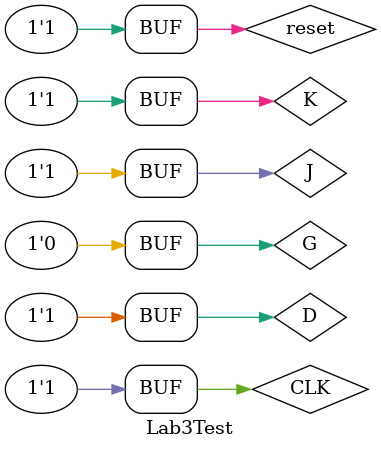
<source format=v>
module Lab3Test();
	reg D, G, J, K, reset, CLK;
	wire [1:0] F;
	wire Q_JK, Q_D;
	parameter time_out = 100;
	
	initial $monitor (D, G, J, K, Q_JK, Q_D, reset, CLK, F);
	always 
	begin
		#0 #5 G=0; D=0;CLK=0;J=0;K=0;reset=1;
		#10 G=1; D=0;
		#5 G=0;
		#5 G=1; D=1;
		#5 G=0; D=0;
		#5 G=0; D=1;
		
		#5 reset=0;
		#5 CLK=0; J=0; K=0;
		#5 CLK=0; J=0; K=1;
		#5 CLK=0; J=1; K=0;
		#5 CLK=0; J=1; K=1;
		#5 CLK=1; J=0; K=0;
		#5 CLK=0;
		#5 CLK=1; J=0; K=1;
		#5 CLK=0;
		#5 CLK=1; J=1; K=0;
		#5 CLK=0;
		#5 CLK=1; J=1; K=1;
		
		#5 CLK=0; reset=0;
		#5 CLK=1;
		#5 CLK=0;
		#5 CLK=1;
		#5 CLK=0;
		#5 CLK=1;
		#5 CLK=0;
		#5 CLK=1;
		#5 CLK=0;
		#5 CLK=1;
		#5 CLK=0;
		#5 CLK=1; reset=1;

	end
	Lab3 test(D,G,J,K,Q_JK,Q_D,reset,CLK,F);
		
endmodule 
</source>
